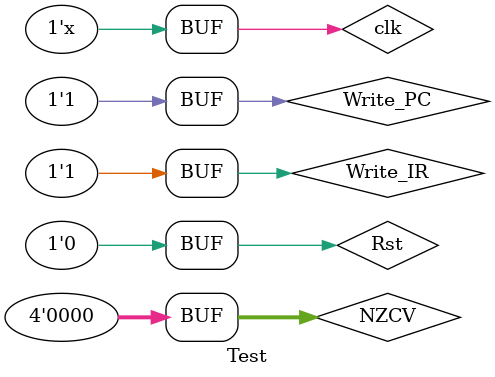
<source format=v>
`timescale 1ns / 1ps

module Test();
    reg clk,Rst,Write_IR,Write_PC;
    reg [4:1] NZCV;
    wire flag;
    wire [6:1] Inst_addr;
    wire [4:1] condition_code;
    wire [28:1] IR;
    initial
    begin
        clk=0; 
        
        Rst=1;   #50;

        Rst=0;  
        
        NZCV=4'b0100; Write_IR=1; Write_PC=1;     #40;

        NZCV=4'b0000; Write_IR=1; Write_PC=1;     #40;

        NZCV=4'b0000; Write_IR=1; Write_PC=1;     #40;

        NZCV=4'b0010; Write_IR=1; Write_PC=1;     #40;

        NZCV=4'b1000; Write_IR=1; Write_PC=1;     #40;

        NZCV=4'b0001; Write_IR=1; Write_PC=1;     #40;

        NZCV=4'b0011; Write_IR=1; Write_PC=1;     #40;



        NZCV=4'b0000; Write_IR=1; Write_PC=1;     #40;

        NZCV=4'b0110; Write_IR=1; Write_PC=1;     #40;

        NZCV=4'b0010; Write_IR=1; Write_PC=1;     #40;

        NZCV=4'b0100; Write_IR=1; Write_PC=1;     #40;



        NZCV=4'b1000; Write_IR=1; Write_PC=1;     #40;

        NZCV=4'b1001; Write_IR=1; Write_PC=1;     #40;



        NZCV=4'b0100; Write_IR=1; Write_PC=1;     #40;

        NZCV=4'b1001; Write_IR=1; Write_PC=1;     #40;

        NZCV=4'b1011; Write_IR=1; Write_PC=1;     #40;



        NZCV=4'b0000; Write_IR=1; Write_PC=0;     #40;

        NZCV=4'b1111; Write_IR=1; Write_PC=0;     #40;



        NZCV=4'b0100; Write_IR=1; Write_PC=1;     #40;

        NZCV=4'b0000; Write_IR=1; Write_PC=1;     #40;
        
        NZCV=4'b0000; Write_IR=1; Write_PC=1;     #40;

        NZCV=4'b0000; Write_IR=1; Write_PC=1;     #40;
    end
    always
    begin
        #20 clk=~clk;
    end
    Inst test(
        .clk(clk),
        .Rst(Rst),
        .Write_IR(Write_IR),
        .Write_PC(Write_PC),
        .NZCV(NZCV),
        .flag(flag),
        .Inst_addr(Inst_addr),
        .condition_code(condition_code),
        .IR(IR)
    );
endmodule
</source>
